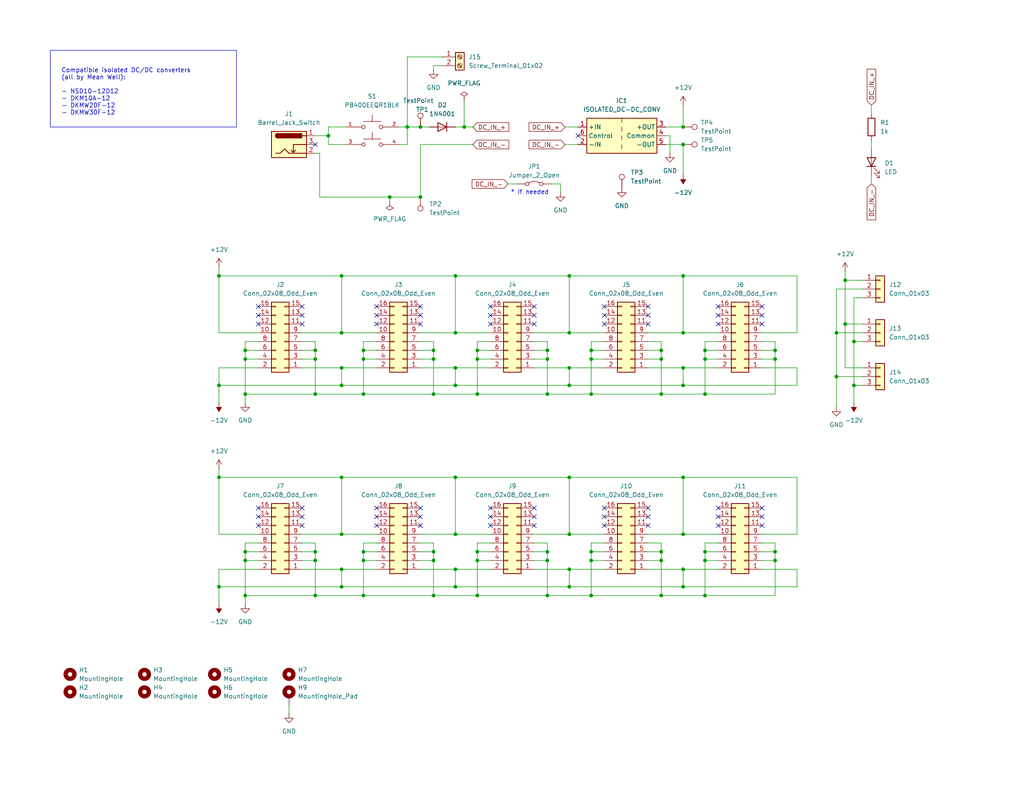
<source format=kicad_sch>
(kicad_sch (version 20250114) (generator "eeschema") (generator_version "9.0")
  (paper "User" 297 230)
  (title_block (title "Hog Moduleur PSU") (date "2025-06-04") (rev "0.1") (company "Shmøergh"))
  (lib_symbols
    (symbol "+12V_1" (power) (pin_numbers (hide yes)) (pin_names (offset 0) (hide yes))
      (property "Value" "+12V" (at 0 3.556 0))
      (symbol "+12V_1_1_1"
        (pin power_in line (at 0 0 90) (length 0) (name "~") (number "1"))
      )
    )
    (symbol "-12V_1" (power) (pin_numbers (hide yes)) (pin_names (offset 0) (hide yes))
      (property "Value" "-12V" (at 0 3.556 0))
      (symbol "-12V_1_0_0"
        (pin power_in line (at 0 0 90) (length 0) (name "~") (number "1"))
      )
    )
    (symbol "Connector:Barrel_Jack_Switch" (pin_names (hide yes))
      (property "Reference" "J" (at 0 5.334 0))
      (property "Value" "Barrel_Jack_Switch" (at 0 -5.08 0))
      (symbol "Barrel_Jack_Switch_1_1"
        (pin passive line (at 7.62 2.54 180) (length 2.54) (name "~") (number "1"))
        (pin passive line (at 7.62 0 180) (length 2.54) (name "~") (number "3"))
        (pin passive line (at 7.62 -2.54 180) (length 2.54) (name "~") (number "2"))
      )
    )
    (symbol "Connector:Screw_Terminal_01x02" (pin_names (offset 1.016) (hide yes))
      (property "Reference" "J" (at 0 2.54 0))
      (property "Value" "Screw_Terminal_01x02" (at 0 -5.08 0))
      (symbol "Screw_Terminal_01x02_1_1"
        (pin passive line (at -5.08 0 0) (length 3.81) (name "Pin_1") (number "1"))
        (pin passive line (at -5.08 -2.54 0) (length 3.81) (name "Pin_2") (number "2"))
      )
    )
    (symbol "Connector:TestPoint" (pin_numbers (hide yes)) (pin_names (offset 0.762) (hide yes))
      (property "Reference" "TP" (at 0 6.858 0))
      (property "Value" "TestPoint" (at 0 5.08 0))
      (symbol "TestPoint_1_1"
        (pin passive line (at 0 0 90) (length 2.54) (name "1") (number "1"))
      )
    )
    (symbol "Connector_Generic:Conn_01x03" (pin_names (offset 1.016) (hide yes))
      (property "Reference" "J" (at 0 5.08 0))
      (property "Value" "Conn_01x03" (at 0 -5.08 0))
      (symbol "Conn_01x03_1_1"
        (pin passive line (at -5.08 2.54 0) (length 3.81) (name "Pin_1") (number "1"))
        (pin passive line (at -5.08 0 0) (length 3.81) (name "Pin_2") (number "2"))
        (pin passive line (at -5.08 -2.54 0) (length 3.81) (name "Pin_3") (number "3"))
      )
    )
    (symbol "Connector_Generic:Conn_02x08_Odd_Even" (pin_names (offset 1.016) (hide yes))
      (property "Reference" "J" (at 1.27 10.16 0))
      (property "Value" "Conn_02x08_Odd_Even" (at 1.27 -12.7 0))
      (symbol "Conn_02x08_Odd_Even_1_1"
        (pin passive line (at -5.08 7.62 0) (length 3.81) (name "Pin_1") (number "1"))
        (pin passive line (at -5.08 5.08 0) (length 3.81) (name "Pin_3") (number "3"))
        (pin passive line (at -5.08 2.54 0) (length 3.81) (name "Pin_5") (number "5"))
        (pin passive line (at -5.08 0 0) (length 3.81) (name "Pin_7") (number "7"))
        (pin passive line (at -5.08 -2.54 0) (length 3.81) (name "Pin_9") (number "9"))
        (pin passive line (at -5.08 -5.08 0) (length 3.81) (name "Pin_11") (number "11"))
        (pin passive line (at -5.08 -7.62 0) (length 3.81) (name "Pin_13") (number "13"))
        (pin passive line (at -5.08 -10.16 0) (length 3.81) (name "Pin_15") (number "15"))
        (pin passive line (at 7.62 7.62 180) (length 3.81) (name "Pin_2") (number "2"))
        (pin passive line (at 7.62 5.08 180) (length 3.81) (name "Pin_4") (number "4"))
        (pin passive line (at 7.62 2.54 180) (length 3.81) (name "Pin_6") (number "6"))
        (pin passive line (at 7.62 0 180) (length 3.81) (name "Pin_8") (number "8"))
        (pin passive line (at 7.62 -2.54 180) (length 3.81) (name "Pin_10") (number "10"))
        (pin passive line (at 7.62 -5.08 180) (length 3.81) (name "Pin_12") (number "12"))
        (pin passive line (at 7.62 -7.62 180) (length 3.81) (name "Pin_14") (number "14"))
        (pin passive line (at 7.62 -10.16 180) (length 3.81) (name "Pin_16") (number "16"))
      )
    )
    (symbol "Converter_DCDC:NSD10-xxDyy"
      (property "Reference" "U" (at -6.35 6.35 0))
      (property "Value" "NSD10-xxDyy" (at 2.54 6.35 0))
      (symbol "NSD10-xxDyy_1_0"
        (pin power_in line (at -12.7 2.54 0) (length 2.54) (name "+IN") (number "1"))
        (pin input line (at -12.7 0 0) (length 2.54) (name "Control") (number "6"))
        (pin power_in line (at -12.7 -2.54 0) (length 2.54) (name "-IN") (number "2"))
        (pin power_out line (at 12.7 2.54 180) (length 2.54) (name "+OUT") (number "3"))
        (pin power_out line (at 12.7 0 180) (length 2.54) (name "Common") (number "4"))
        (pin power_out line (at 12.7 -2.54 180) (length 2.54) (name "-OUT") (number "5"))
      )
    )
    (symbol "Device:D" (pin_numbers (hide yes)) (pin_names (offset 1.016) (hide yes))
      (property "Reference" "D" (at 0 2.54 0))
      (property "Value" "D" (at 0 -2.54 0))
      (symbol "D_1_1"
        (pin passive line (at -3.81 0 0) (length 2.54) (name "K") (number "1"))
        (pin passive line (at 3.81 0 180) (length 2.54) (name "A") (number "2"))
      )
    )
    (symbol "Device:LED" (pin_numbers (hide yes)) (pin_names (offset 1.016) (hide yes))
      (property "Reference" "D" (at 0 2.54 0))
      (property "Value" "LED" (at 0 -2.54 0))
      (symbol "LED_1_1"
        (pin passive line (at -3.81 0 0) (length 2.54) (name "K") (number "1"))
        (pin passive line (at 3.81 0 180) (length 2.54) (name "A") (number "2"))
      )
    )
    (symbol "Device:R" (pin_numbers (hide yes)) (pin_names (offset 0))
      (property "Reference" "R" (at 2.032 0 90))
      (property "Value" "R" (at 0 0 90))
      (symbol "R_1_1"
        (pin passive line (at 0 3.81 270) (length 1.27) (name "~") (number "1"))
        (pin passive line (at 0 -3.81 90) (length 1.27) (name "~") (number "2"))
      )
    )
    (symbol "GND_1" (power) (pin_numbers (hide yes)) (pin_names (offset 0) (hide yes))
      (property "Value" "GND" (at 0 -3.81 0))
      (symbol "GND_1_1_1"
        (pin power_in line (at 0 0 270) (length 0) (name "~") (number "1"))
      )
    )
    (symbol "GND_2" (power) (pin_numbers (hide yes)) (pin_names (offset 0) (hide yes))
      (property "Value" "GND" (at 0 -3.81 0))
      (symbol "GND_2_1_1"
        (pin power_in line (at 0 0 270) (length 0) (name "~") (number "1"))
      )
    )
    (symbol "GND_3" (power) (pin_numbers (hide yes)) (pin_names (offset 0) (hide yes))
      (property "Value" "GND" (at 0 -3.81 0))
      (symbol "GND_3_1_1"
        (pin power_in line (at 0 0 270) (length 0) (name "~") (number "1"))
      )
    )
    (symbol "Jumper:Jumper_2_Bridged" (pin_numbers (hide yes)) (pin_names (offset 0) (hide yes))
      (property "Reference" "JP" (at 0 1.905 0))
      (property "Value" "Jumper_2_Bridged" (at 0 -2.54 0))
      (symbol "Jumper_2_Bridged_1_1"
        (pin passive line (at -5.08 0 0) (length 2.54) (name "A") (number "1"))
        (pin passive line (at 5.08 0 180) (length 2.54) (name "B") (number "2"))
      )
    )
    (symbol "Mechanical:MountingHole" (pin_names (offset 1.016)) (exclude_from_sim yes) (in_bom no)
      (property "Reference" "H" (at 0 5.08 0))
      (property "Value" "MountingHole" (at 0 3.175 0))
    )
    (symbol "Mechanical:MountingHole_Pad" (pin_numbers (hide yes)) (pin_names (offset 1.016) (hide yes)) (in_bom no)
      (property "Reference" "H" (at 0 6.35 0))
      (property "Value" "MountingHole_Pad" (at 0 4.445 0))
      (symbol "MountingHole_Pad_1_1"
        (pin input line (at 0 -2.54 90) (length 2.54) (name "1") (number "1"))
      )
    )
    (symbol "Shmoergh-Custom-Components:PB400EEQR1BLK" (pin_names (offset 1.016))
      (property "Reference" "S" (at -7.62 7.62 0))
      (property "Value" "PB400EEQR1BLK" (at -7.62 -7.62 0))
      (symbol "PB400EEQR1BLK_0_0"
        (pin passive line (at -7.62 2.54 0) (length 2.54) (name "~") (number "1"))
        (pin passive line (at -7.62 -2.54 0) (length 2.54) (name "~") (number "3"))
        (pin passive line (at 7.62 2.54 180) (length 2.54) (name "~") (number "2"))
        (pin passive line (at 7.62 -2.54 180) (length 2.54) (name "~") (number "4"))
      )
    )
    (symbol "power:+12V" (power) (pin_numbers (hide yes)) (pin_names (offset 0) (hide yes))
      (property "Value" "+12V" (at 0 3.556 0))
      (symbol "+12V_1_1"
        (pin power_in line (at 0 0 90) (length 0) (name "~") (number "1"))
      )
    )
    (symbol "power:-12V" (power) (pin_numbers (hide yes)) (pin_names (offset 0) (hide yes))
      (property "Value" "-12V" (at 0 3.556 0))
      (symbol "-12V_0_0"
        (pin power_in line (at 0 0 90) (length 0) (name "~") (number "1"))
      )
    )
    (symbol "power:GND" (power) (pin_numbers (hide yes)) (pin_names (offset 0) (hide yes))
      (property "Value" "GND" (at 0 -3.81 0))
      (symbol "GND_1_1"
        (pin power_in line (at 0 0 270) (length 0) (name "~") (number "1"))
      )
    )
    (symbol "power:PWR_FLAG" (power) (pin_numbers (hide yes)) (pin_names (offset 0) (hide yes))
      (property "Value" "PWR_FLAG" (at 0 3.81 0))
      (symbol "PWR_FLAG_0_0"
        (pin power_out line (at 0 0 90) (length 0) (name "~") (number "1"))
      )
    )
  )
  (rectangle (start 14.605 14.605) (end 68.58 36.83))
  (text "Compatible isolated DC/DC converters \n(all by Mean Well):\n\n- NSD10-12D12\n- DKM10A-12\n- DKMW20F-12\n- DKMW30F-12\n" (at 17.78 26.67 0) (effects (font (size 1.27 1.27)) (justify left)))
  (text "* If needed" (at 153.67 55.88 0) (effects (font (size 1.27 1.27))))
  (junction (at 138.43 101.6))
  (junction (at 198.12 154.94))
  (junction (at 113.03 57.15))
  (junction (at 105.41 160.02))
  (junction (at 198.12 36.83))
  (junction (at 99.06 154.94))
  (junction (at 91.44 104.14))
  (junction (at 132.08 138.43))
  (junction (at 165.1 96.52))
  (junction (at 204.47 114.3))
  (junction (at 71.12 101.6))
  (junction (at 138.43 162.56))
  (junction (at 63.5 80.01))
  (junction (at 125.73 160.02))
  (junction (at 63.5 170.18))
  (junction (at 158.75 160.02))
  (junction (at 204.47 172.72))
  (junction (at 191.77 114.3))
  (junction (at 99.06 138.43))
  (junction (at 198.12 96.52))
  (junction (at 91.44 162.56))
  (junction (at 71.12 172.72))
  (junction (at 138.43 160.02))
  (junction (at 121.92 36.83))
  (junction (at 158.75 114.3))
  (junction (at 165.1 80.01))
  (junction (at 204.47 101.6))
  (junction (at 165.1 170.18))
  (junction (at 191.77 160.02))
  (junction (at 198.12 106.68))
  (junction (at 134.62 36.83))
  (junction (at 105.41 104.14))
  (junction (at 91.44 101.6))
  (junction (at 247.65 99.06))
  (junction (at 91.44 172.72))
  (junction (at 224.79 160.02))
  (junction (at 125.73 114.3))
  (junction (at 171.45 160.02))
  (junction (at 71.12 114.3))
  (junction (at 105.41 162.56))
  (junction (at 171.45 114.3))
  (junction (at 198.12 41.91))
  (junction (at 118.11 36.83))
  (junction (at 99.06 170.18))
  (junction (at 99.06 80.01))
  (junction (at 105.41 114.3))
  (junction (at 63.5 138.43))
  (junction (at 204.47 104.14))
  (junction (at 204.47 160.02))
  (junction (at 224.79 101.6))
  (junction (at 91.44 160.02))
  (junction (at 158.75 101.6))
  (junction (at 158.75 104.14))
  (junction (at 99.06 165.1))
  (junction (at 125.73 162.56))
  (junction (at 165.1 138.43))
  (junction (at 191.77 101.6))
  (junction (at 165.1 106.68))
  (junction (at 105.41 101.6))
  (junction (at 91.44 114.3))
  (junction (at 198.12 111.76))
  (junction (at 132.08 106.68))
  (junction (at 198.12 138.43))
  (junction (at 121.92 57.15))
  (junction (at 171.45 104.14))
  (junction (at 132.08 154.94))
  (junction (at 132.08 80.01))
  (junction (at 198.12 80.01))
  (junction (at 204.47 162.56))
  (junction (at 71.12 162.56))
  (junction (at 171.45 172.72))
  (junction (at 132.08 96.52))
  (junction (at 171.45 101.6))
  (junction (at 125.73 172.72))
  (junction (at 105.41 172.72))
  (junction (at 171.45 162.56))
  (junction (at 224.79 104.14))
  (junction (at 99.06 106.68))
  (junction (at 165.1 154.94))
  (junction (at 138.43 114.3))
  (junction (at 191.77 162.56))
  (junction (at 198.12 165.1))
  (junction (at 132.08 111.76))
  (junction (at 242.57 96.52))
  (junction (at 132.08 170.18))
  (junction (at 165.1 165.1))
  (junction (at 95.25 39.37))
  (junction (at 63.5 111.76))
  (junction (at 99.06 96.52))
  (junction (at 71.12 104.14))
  (junction (at 245.11 93.98))
  (junction (at 138.43 172.72))
  (junction (at 242.57 109.22))
  (junction (at 191.77 104.14))
  (junction (at 224.79 162.56))
  (junction (at 198.12 170.18))
  (junction (at 99.06 111.76))
  (junction (at 165.1 111.76))
  (junction (at 158.75 162.56))
  (junction (at 125.73 101.6))
  (junction (at 125.73 104.14))
  (junction (at 158.75 172.72))
  (junction (at 132.08 165.1))
  (junction (at 247.65 111.76))
  (junction (at 245.11 81.28))
  (junction (at 191.77 172.72))
  (junction (at 138.43 104.14))
  (junction (at 71.12 160.02))
  (no_connect (at 220.98 152.4))
  (no_connect (at 175.26 149.86))
  (no_connect (at 121.92 91.44))
  (no_connect (at 142.24 152.4))
  (no_connect (at 187.96 93.98))
  (no_connect (at 109.22 147.32))
  (no_connect (at 87.63 149.86))
  (no_connect (at 175.26 152.4))
  (no_connect (at 167.64 39.37))
  (no_connect (at 154.94 91.44))
  (no_connect (at 175.26 91.44))
  (no_connect (at 187.96 147.32))
  (no_connect (at 187.96 149.86))
  (no_connect (at 121.92 93.98))
  (no_connect (at 87.63 91.44))
  (no_connect (at 154.94 149.86))
  (no_connect (at 154.94 152.4))
  (no_connect (at 87.63 88.9))
  (no_connect (at 142.24 149.86))
  (no_connect (at 74.93 93.98))
  (no_connect (at 154.94 93.98))
  (no_connect (at 74.93 149.86))
  (no_connect (at 109.22 91.44))
  (no_connect (at 74.93 88.9))
  (no_connect (at 154.94 88.9))
  (no_connect (at 220.98 93.98))
  (no_connect (at 175.26 88.9))
  (no_connect (at 91.44 41.91))
  (no_connect (at 208.28 93.98))
  (no_connect (at 74.93 147.32))
  (no_connect (at 87.63 147.32))
  (no_connect (at 109.22 149.86))
  (no_connect (at 142.24 147.32))
  (no_connect (at 154.94 147.32))
  (no_connect (at 121.92 147.32))
  (no_connect (at 187.96 91.44))
  (no_connect (at 208.28 149.86))
  (no_connect (at 208.28 91.44))
  (no_connect (at 142.24 93.98))
  (no_connect (at 142.24 91.44))
  (no_connect (at 220.98 147.32))
  (no_connect (at 121.92 149.86))
  (no_connect (at 121.92 88.9))
  (no_connect (at 175.26 93.98))
  (no_connect (at 175.26 147.32))
  (no_connect (at 109.22 88.9))
  (no_connect (at 121.92 152.4))
  (no_connect (at 220.98 88.9))
  (no_connect (at 74.93 91.44))
  (no_connect (at 187.96 152.4))
  (no_connect (at 208.28 152.4))
  (no_connect (at 87.63 152.4))
  (no_connect (at 87.63 93.98))
  (no_connect (at 109.22 152.4))
  (no_connect (at 208.28 147.32))
  (no_connect (at 208.28 88.9))
  (no_connect (at 74.93 152.4))
  (no_connect (at 187.96 88.9))
  (no_connect (at 109.22 93.98))
  (no_connect (at 220.98 91.44))
  (no_connect (at 220.98 149.86))
  (no_connect (at 142.24 88.9))
  (wire (pts (xy 91.44 172.72) (xy 71.12 172.72)))
  (wire (pts (xy 187.96 160.02) (xy 191.77 160.02)))
  (wire (pts (xy 171.45 99.06) (xy 171.45 101.6)))
  (wire (pts (xy 71.12 99.06) (xy 71.12 101.6)))
  (wire (pts (xy 118.11 41.91) (xy 118.11 36.83)))
  (wire (pts (xy 118.11 36.83) (xy 121.92 36.83)))
  (wire (pts (xy 87.63 106.68) (xy 99.06 106.68)))
  (wire (pts (xy 191.77 114.3) (xy 171.45 114.3)))
  (wire (pts (xy 99.06 80.01) (xy 132.08 80.01)))
  (wire (pts (xy 191.77 104.14) (xy 191.77 114.3)))
  (wire (pts (xy 204.47 160.02) (xy 204.47 162.56)))
  (wire (pts (xy 147.32 53.34) (xy 149.86 53.34)))
  (wire (pts (xy 125.73 162.56) (xy 125.73 172.72)))
  (wire (pts (xy 87.63 104.14) (xy 91.44 104.14)))
  (wire (pts (xy 99.06 154.94) (xy 99.06 138.43)))
  (wire (pts (xy 105.41 99.06) (xy 109.22 99.06)))
  (wire (pts (xy 165.1 106.68) (xy 175.26 106.68)))
  (wire (pts (xy 163.83 36.83) (xy 167.64 36.83)))
  (wire (pts (xy 63.5 96.52) (xy 63.5 80.01)))
  (wire (pts (xy 165.1 165.1) (xy 165.1 170.18)))
  (wire (pts (xy 191.77 101.6) (xy 191.77 104.14)))
  (wire (pts (xy 74.93 106.68) (xy 63.5 106.68)))
  (wire (pts (xy 125.73 114.3) (xy 138.43 114.3)))
  (wire (pts (xy 165.1 138.43) (xy 165.1 154.94)))
  (wire (pts (xy 95.25 39.37) (xy 91.44 39.37)))
  (wire (pts (xy 63.5 80.01) (xy 63.5 77.47)))
  (wire (pts (xy 247.65 111.76) (xy 247.65 116.84)))
  (wire (pts (xy 63.5 80.01) (xy 99.06 80.01)))
  (wire (pts (xy 242.57 96.52) (xy 250.19 96.52)))
  (wire (pts (xy 224.79 162.56) (xy 224.79 172.72)))
  (wire (pts (xy 191.77 162.56) (xy 191.77 172.72)))
  (wire (pts (xy 224.79 172.72) (xy 204.47 172.72)))
  (wire (pts (xy 204.47 162.56) (xy 208.28 162.56)))
  (wire (pts (xy 187.96 157.48) (xy 191.77 157.48)))
  (wire (pts (xy 171.45 101.6) (xy 175.26 101.6)))
  (wire (pts (xy 132.08 165.1) (xy 142.24 165.1)))
  (wire (pts (xy 138.43 160.02) (xy 142.24 160.02)))
  (wire (pts (xy 74.93 165.1) (xy 63.5 165.1)))
  (wire (pts (xy 204.47 99.06) (xy 208.28 99.06)))
  (wire (pts (xy 171.45 157.48) (xy 175.26 157.48)))
  (wire (pts (xy 115.57 41.91) (xy 118.11 41.91)))
  (wire (pts (xy 191.77 114.3) (xy 204.47 114.3)))
  (wire (pts (xy 224.79 104.14) (xy 224.79 114.3)))
  (wire (pts (xy 220.98 106.68) (xy 231.14 106.68)))
  (wire (pts (xy 231.14 165.1) (xy 231.14 170.18)))
  (wire (pts (xy 204.47 104.14) (xy 204.47 114.3)))
  (wire (pts (xy 198.12 170.18) (xy 231.14 170.18)))
  (wire (pts (xy 105.41 162.56) (xy 109.22 162.56)))
  (wire (pts (xy 158.75 104.14) (xy 158.75 114.3)))
  (wire (pts (xy 132.08 80.01) (xy 165.1 80.01)))
  (wire (pts (xy 193.04 36.83) (xy 198.12 36.83)))
  (wire (pts (xy 245.11 106.68) (xy 250.19 106.68)))
  (wire (pts (xy 220.98 165.1) (xy 231.14 165.1)))
  (wire (pts (xy 91.44 114.3) (xy 105.41 114.3)))
  (wire (pts (xy 245.11 93.98) (xy 250.19 93.98)))
  (wire (pts (xy 87.63 157.48) (xy 91.44 157.48)))
  (wire (pts (xy 87.63 160.02) (xy 91.44 160.02)))
  (wire (pts (xy 132.08 96.52) (xy 142.24 96.52)))
  (wire (pts (xy 198.12 106.68) (xy 208.28 106.68)))
  (wire (pts (xy 158.75 162.56) (xy 158.75 172.72)))
  (wire (pts (xy 198.12 111.76) (xy 231.14 111.76)))
  (wire (pts (xy 193.04 39.37) (xy 194.31 39.37)))
  (wire (pts (xy 247.65 99.06) (xy 247.65 111.76)))
  (wire (pts (xy 71.12 104.14) (xy 71.12 114.3)))
  (wire (pts (xy 198.12 80.01) (xy 231.14 80.01)))
  (wire (pts (xy 63.5 154.94) (xy 63.5 138.43)))
  (wire (pts (xy 63.5 106.68) (xy 63.5 111.76)))
  (wire (pts (xy 100.33 41.91) (xy 95.25 41.91)))
  (wire (pts (xy 187.96 96.52) (xy 198.12 96.52)))
  (wire (pts (xy 242.57 109.22) (xy 242.57 96.52)))
  (wire (pts (xy 245.11 93.98) (xy 245.11 106.68)))
  (wire (pts (xy 109.22 154.94) (xy 99.06 154.94)))
  (wire (pts (xy 242.57 118.11) (xy 242.57 109.22)))
  (wire (pts (xy 165.1 96.52) (xy 175.26 96.52)))
  (wire (pts (xy 138.43 160.02) (xy 138.43 162.56)))
  (wire (pts (xy 99.06 170.18) (xy 132.08 170.18)))
  (wire (pts (xy 158.75 172.72) (xy 138.43 172.72)))
  (wire (pts (xy 125.73 160.02) (xy 125.73 162.56)))
  (wire (pts (xy 158.75 157.48) (xy 158.75 160.02)))
  (wire (pts (xy 171.45 99.06) (xy 175.26 99.06)))
  (wire (pts (xy 224.79 160.02) (xy 224.79 162.56)))
  (wire (pts (xy 63.5 170.18) (xy 63.5 175.26)))
  (wire (pts (xy 132.08 80.01) (xy 132.08 96.52)))
  (wire (pts (xy 250.19 111.76) (xy 247.65 111.76)))
  (wire (pts (xy 91.44 114.3) (xy 71.12 114.3)))
  (wire (pts (xy 162.56 55.88) (xy 162.56 53.34)))
  (wire (pts (xy 125.73 101.6) (xy 125.73 104.14)))
  (wire (pts (xy 109.22 106.68) (xy 99.06 106.68)))
  (wire (pts (xy 154.94 157.48) (xy 158.75 157.48)))
  (wire (pts (xy 121.92 165.1) (xy 132.08 165.1)))
  (wire (pts (xy 118.11 16.51) (xy 118.11 36.83)))
  (wire (pts (xy 71.12 101.6) (xy 71.12 104.14)))
  (wire (pts (xy 154.94 101.6) (xy 158.75 101.6)))
  (wire (pts (xy 187.96 104.14) (xy 191.77 104.14)))
  (wire (pts (xy 198.12 165.1) (xy 198.12 170.18)))
  (wire (pts (xy 105.41 104.14) (xy 105.41 114.3)))
  (wire (pts (xy 109.22 165.1) (xy 99.06 165.1)))
  (wire (pts (xy 252.73 30.48) (xy 252.73 33.02)))
  (wire (pts (xy 154.94 106.68) (xy 165.1 106.68)))
  (wire (pts (xy 165.1 80.01) (xy 198.12 80.01)))
  (wire (pts (xy 198.12 138.43) (xy 198.12 154.94)))
  (wire (pts (xy 121.92 104.14) (xy 125.73 104.14)))
  (wire (pts (xy 154.94 154.94) (xy 165.1 154.94)))
  (wire (pts (xy 224.79 99.06) (xy 224.79 101.6)))
  (wire (pts (xy 171.45 104.14) (xy 175.26 104.14)))
  (wire (pts (xy 165.1 138.43) (xy 198.12 138.43)))
  (wire (pts (xy 87.63 99.06) (xy 91.44 99.06)))
  (wire (pts (xy 87.63 165.1) (xy 99.06 165.1)))
  (wire (pts (xy 121.92 154.94) (xy 132.08 154.94)))
  (wire (pts (xy 125.73 19.05) (xy 125.73 20.32)))
  (wire (pts (xy 71.12 160.02) (xy 74.93 160.02)))
  (wire (pts (xy 198.12 96.52) (xy 208.28 96.52)))
  (wire (pts (xy 224.79 157.48) (xy 224.79 160.02)))
  (wire (pts (xy 138.43 162.56) (xy 142.24 162.56)))
  (wire (pts (xy 187.96 162.56) (xy 191.77 162.56)))
  (wire (pts (xy 71.12 162.56) (xy 71.12 172.72)))
  (wire (pts (xy 154.94 160.02) (xy 158.75 160.02)))
  (wire (pts (xy 121.92 106.68) (xy 132.08 106.68)))
  (wire (pts (xy 99.06 165.1) (xy 99.06 170.18)))
  (wire (pts (xy 71.12 157.48) (xy 74.93 157.48)))
  (wire (pts (xy 165.1 80.01) (xy 165.1 96.52)))
  (wire (pts (xy 87.63 154.94) (xy 99.06 154.94)))
  (wire (pts (xy 105.41 101.6) (xy 105.41 104.14)))
  (wire (pts (xy 91.44 104.14) (xy 91.44 114.3)))
  (wire (pts (xy 231.14 106.68) (xy 231.14 111.76)))
  (wire (pts (xy 105.41 162.56) (xy 105.41 172.72)))
  (wire (pts (xy 171.45 162.56) (xy 171.45 172.72)))
  (wire (pts (xy 92.71 44.45) (xy 91.44 44.45)))
  (wire (pts (xy 91.44 157.48) (xy 91.44 160.02)))
  (wire (pts (xy 220.98 101.6) (xy 224.79 101.6)))
  (wire (pts (xy 171.45 157.48) (xy 171.45 160.02)))
  (wire (pts (xy 125.73 104.14) (xy 125.73 114.3)))
  (wire (pts (xy 231.14 80.01) (xy 231.14 96.52)))
  (wire (pts (xy 105.41 160.02) (xy 109.22 160.02)))
  (wire (pts (xy 138.43 162.56) (xy 138.43 172.72)))
  (wire (pts (xy 121.92 160.02) (xy 125.73 160.02)))
  (wire (pts (xy 165.1 106.68) (xy 165.1 111.76)))
  (wire (pts (xy 71.12 99.06) (xy 74.93 99.06)))
  (wire (pts (xy 132.08 111.76) (xy 165.1 111.76)))
  (wire (pts (xy 99.06 111.76) (xy 132.08 111.76)))
  (wire (pts (xy 158.75 99.06) (xy 158.75 101.6)))
  (wire (pts (xy 138.43 101.6) (xy 138.43 104.14)))
  (wire (pts (xy 125.73 99.06) (xy 125.73 101.6)))
  (wire (pts (xy 158.75 114.3) (xy 171.45 114.3)))
  (wire (pts (xy 138.43 157.48) (xy 142.24 157.48)))
  (wire (pts (xy 128.27 19.05) (xy 125.73 19.05)))
  (wire (pts (xy 105.41 157.48) (xy 109.22 157.48)))
  (wire (pts (xy 231.14 138.43) (xy 231.14 154.94)))
  (wire (pts (xy 224.79 101.6) (xy 224.79 104.14)))
  (wire (pts (xy 250.19 86.36) (xy 247.65 86.36)))
  (wire (pts (xy 165.1 111.76) (xy 198.12 111.76)))
  (wire (pts (xy 252.73 53.34) (xy 252.73 50.8)))
  (wire (pts (xy 71.12 101.6) (xy 74.93 101.6)))
  (wire (pts (xy 99.06 138.43) (xy 132.08 138.43)))
  (wire (pts (xy 171.45 160.02) (xy 175.26 160.02)))
  (wire (pts (xy 71.12 172.72) (xy 71.12 175.26)))
  (wire (pts (xy 134.62 29.21) (xy 134.62 36.83)))
  (wire (pts (xy 171.45 162.56) (xy 175.26 162.56)))
  (wire (pts (xy 91.44 99.06) (xy 91.44 101.6)))
  (wire (pts (xy 220.98 160.02) (xy 224.79 160.02)))
  (wire (pts (xy 121.92 157.48) (xy 125.73 157.48)))
  (wire (pts (xy 154.94 162.56) (xy 158.75 162.56)))
  (wire (pts (xy 247.65 86.36) (xy 247.65 99.06)))
  (wire (pts (xy 95.25 36.83) (xy 95.25 39.37)))
  (wire (pts (xy 154.94 96.52) (xy 165.1 96.52)))
  (wire (pts (xy 204.47 157.48) (xy 204.47 160.02)))
  (wire (pts (xy 165.1 154.94) (xy 175.26 154.94)))
  (wire (pts (xy 87.63 96.52) (xy 99.06 96.52)))
  (wire (pts (xy 71.12 104.14) (xy 74.93 104.14)))
  (wire (pts (xy 242.57 96.52) (xy 242.57 83.82)))
  (wire (pts (xy 121.92 99.06) (xy 125.73 99.06)))
  (wire (pts (xy 163.83 41.91) (xy 167.64 41.91)))
  (wire (pts (xy 132.08 138.43) (xy 165.1 138.43)))
  (wire (pts (xy 191.77 99.06) (xy 191.77 101.6)))
  (wire (pts (xy 245.11 78.74) (xy 245.11 81.28)))
  (wire (pts (xy 109.22 96.52) (xy 99.06 96.52)))
  (wire (pts (xy 220.98 154.94) (xy 231.14 154.94)))
  (wire (pts (xy 105.41 157.48) (xy 105.41 160.02)))
  (wire (pts (xy 87.63 101.6) (xy 91.44 101.6)))
  (wire (pts (xy 137.16 41.91) (xy 121.92 41.91)))
  (wire (pts (xy 63.5 165.1) (xy 63.5 170.18)))
  (wire (pts (xy 165.1 170.18) (xy 198.12 170.18)))
  (wire (pts (xy 128.27 16.51) (xy 118.11 16.51)))
  (wire (pts (xy 71.12 157.48) (xy 71.12 160.02)))
  (wire (pts (xy 91.44 162.56) (xy 91.44 172.72)))
  (wire (pts (xy 74.93 154.94) (xy 63.5 154.94)))
  (wire (pts (xy 71.12 162.56) (xy 74.93 162.56)))
  (wire (pts (xy 121.92 36.83) (xy 124.46 36.83)))
  (wire (pts (xy 92.71 44.45) (xy 92.71 57.15)))
  (wire (pts (xy 132.08 36.83) (xy 134.62 36.83)))
  (wire (pts (xy 138.43 104.14) (xy 138.43 114.3)))
  (wire (pts (xy 198.12 138.43) (xy 231.14 138.43)))
  (wire (pts (xy 220.98 96.52) (xy 231.14 96.52)))
  (wire (pts (xy 158.75 160.02) (xy 158.75 162.56)))
  (wire (pts (xy 125.73 172.72) (xy 105.41 172.72)))
  (wire (pts (xy 198.12 80.01) (xy 198.12 96.52)))
  (wire (pts (xy 138.43 99.06) (xy 138.43 101.6)))
  (wire (pts (xy 191.77 172.72) (xy 171.45 172.72)))
  (wire (pts (xy 204.47 157.48) (xy 208.28 157.48)))
  (wire (pts (xy 191.77 157.48) (xy 191.77 160.02)))
  (wire (pts (xy 245.11 81.28) (xy 250.19 81.28)))
  (wire (pts (xy 247.65 99.06) (xy 250.19 99.06)))
  (wire (pts (xy 252.73 43.18) (xy 252.73 40.64)))
  (wire (pts (xy 132.08 170.18) (xy 165.1 170.18)))
  (wire (pts (xy 105.41 104.14) (xy 109.22 104.14)))
  (wire (pts (xy 99.06 96.52) (xy 99.06 80.01)))
  (wire (pts (xy 63.5 138.43) (xy 63.5 135.89)))
  (wire (pts (xy 74.93 96.52) (xy 63.5 96.52)))
  (wire (pts (xy 171.45 160.02) (xy 171.45 162.56)))
  (wire (pts (xy 63.5 170.18) (xy 99.06 170.18)))
  (wire (pts (xy 91.44 172.72) (xy 105.41 172.72)))
  (wire (pts (xy 198.12 154.94) (xy 208.28 154.94)))
  (wire (pts (xy 171.45 104.14) (xy 171.45 114.3)))
  (wire (pts (xy 113.03 58.42) (xy 113.03 57.15)))
  (wire (pts (xy 198.12 165.1) (xy 208.28 165.1)))
  (wire (pts (xy 154.94 104.14) (xy 158.75 104.14)))
  (wire (pts (xy 121.92 96.52) (xy 132.08 96.52)))
  (wire (pts (xy 100.33 36.83) (xy 95.25 36.83)))
  (wire (pts (xy 134.62 36.83) (xy 137.16 36.83)))
  (wire (pts (xy 194.31 39.37) (xy 194.31 44.45)))
  (wire (pts (xy 132.08 154.94) (xy 142.24 154.94)))
  (wire (pts (xy 204.47 99.06) (xy 204.47 101.6)))
  (wire (pts (xy 99.06 106.68) (xy 99.06 111.76)))
  (wire (pts (xy 162.56 53.34) (xy 160.02 53.34)))
  (wire (pts (xy 132.08 106.68) (xy 132.08 111.76)))
  (wire (pts (xy 154.94 99.06) (xy 158.75 99.06)))
  (wire (pts (xy 242.57 83.82) (xy 250.19 83.82)))
  (wire (pts (xy 113.03 57.15) (xy 92.71 57.15)))
  (wire (pts (xy 105.41 160.02) (xy 105.41 162.56)))
  (wire (pts (xy 187.96 99.06) (xy 191.77 99.06)))
  (wire (pts (xy 220.98 104.14) (xy 224.79 104.14)))
  (wire (pts (xy 165.1 165.1) (xy 175.26 165.1)))
  (wire (pts (xy 63.5 138.43) (xy 99.06 138.43)))
  (wire (pts (xy 125.73 114.3) (xy 105.41 114.3)))
  (wire (pts (xy 105.41 99.06) (xy 105.41 101.6)))
  (wire (pts (xy 121.92 162.56) (xy 125.73 162.56)))
  (wire (pts (xy 154.94 165.1) (xy 165.1 165.1)))
  (wire (pts (xy 105.41 101.6) (xy 109.22 101.6)))
  (wire (pts (xy 220.98 162.56) (xy 224.79 162.56)))
  (wire (pts (xy 158.75 101.6) (xy 158.75 104.14)))
  (wire (pts (xy 63.5 111.76) (xy 99.06 111.76)))
  (wire (pts (xy 187.96 101.6) (xy 191.77 101.6)))
  (wire (pts (xy 198.12 50.8) (xy 198.12 41.91)))
  (wire (pts (xy 71.12 160.02) (xy 71.12 162.56)))
  (wire (pts (xy 71.12 114.3) (xy 71.12 116.84)))
  (wire (pts (xy 95.25 41.91) (xy 95.25 39.37)))
  (wire (pts (xy 220.98 157.48) (xy 224.79 157.48)))
  (wire (pts (xy 204.47 101.6) (xy 208.28 101.6)))
  (wire (pts (xy 191.77 172.72) (xy 204.47 172.72)))
  (wire (pts (xy 158.75 172.72) (xy 171.45 172.72)))
  (wire (pts (xy 138.43 101.6) (xy 142.24 101.6)))
  (wire (pts (xy 132.08 165.1) (xy 132.08 170.18)))
  (wire (pts (xy 121.92 41.91) (xy 121.92 57.15)))
  (wire (pts (xy 198.12 30.48) (xy 198.12 36.83)))
  (wire (pts (xy 204.47 101.6) (xy 204.47 104.14)))
  (wire (pts (xy 91.44 160.02) (xy 91.44 162.56)))
  (wire (pts (xy 187.96 154.94) (xy 198.12 154.94)))
  (wire (pts (xy 187.96 165.1) (xy 198.12 165.1)))
  (wire (pts (xy 220.98 99.06) (xy 224.79 99.06)))
  (wire (pts (xy 138.43 99.06) (xy 142.24 99.06)))
  (wire (pts (xy 87.63 162.56) (xy 91.44 162.56)))
  (wire (pts (xy 242.57 109.22) (xy 250.19 109.22)))
  (wire (pts (xy 132.08 138.43) (xy 132.08 154.94)))
  (wire (pts (xy 138.43 157.48) (xy 138.43 160.02)))
  (wire (pts (xy 132.08 106.68) (xy 142.24 106.68)))
  (wire (pts (xy 121.92 101.6) (xy 125.73 101.6)))
  (wire (pts (xy 171.45 101.6) (xy 171.45 104.14)))
  (wire (pts (xy 204.47 160.02) (xy 208.28 160.02)))
  (wire (pts (xy 193.04 41.91) (xy 198.12 41.91)))
  (wire (pts (xy 91.44 101.6) (xy 91.44 104.14)))
  (wire (pts (xy 125.73 172.72) (xy 138.43 172.72)))
  (wire (pts (xy 204.47 162.56) (xy 204.47 172.72)))
  (wire (pts (xy 158.75 114.3) (xy 138.43 114.3)))
  (wire (pts (xy 191.77 160.02) (xy 191.77 162.56)))
  (wire (pts (xy 204.47 104.14) (xy 208.28 104.14)))
  (wire (pts (xy 198.12 106.68) (xy 198.12 111.76)))
  (wire (pts (xy 63.5 111.76) (xy 63.5 116.84)))
  (wire (pts (xy 83.82 207.01) (xy 83.82 204.47)))
  (wire (pts (xy 224.79 114.3) (xy 204.47 114.3)))
  (wire (pts (xy 125.73 157.48) (xy 125.73 160.02)))
  (wire (pts (xy 121.92 57.15) (xy 113.03 57.15)))
  (wire (pts (xy 187.96 106.68) (xy 198.12 106.68)))
  (wire (pts (xy 138.43 104.14) (xy 142.24 104.14)))
  (wire (pts (xy 245.11 81.28) (xy 245.11 93.98)))
  (wire (pts (xy 115.57 36.83) (xy 118.11 36.83)))
  (global_label "DC_IN_+" (shape input) (at 252.73 30.48 90) (property "Intersheetrefs" "${INTERSHEET_REFS}" (effects (hide yes))))
  (global_label "DC_IN_-" (shape input) (at 147.32 53.34 180) (property "Intersheetrefs" "${INTERSHEET_REFS}" (effects (hide yes))))
  (global_label "DC_IN_+" (shape input) (at 137.16 36.83 0) (property "Intersheetrefs" "${INTERSHEET_REFS}" (effects (hide yes))))
  (global_label "DC_IN_-" (shape input) (at 137.16 41.91 0) (property "Intersheetrefs" "${INTERSHEET_REFS}" (effects (hide yes))))
  (global_label "DC_IN_-" (shape input) (at 163.83 41.91 180) (property "Intersheetrefs" "${INTERSHEET_REFS}" (effects (hide yes))))
  (global_label "DC_IN_-" (shape input) (at 252.73 53.34 270) (property "Intersheetrefs" "${INTERSHEET_REFS}" (effects (hide yes))))
  (global_label "DC_IN_+" (shape input) (at 163.83 36.83 180) (property "Intersheetrefs" "${INTERSHEET_REFS}" (effects (hide yes))))
  (symbol (lib_id "Mechanical:MountingHole") (at 83.82 195.58 0) (unit 1) (exclude_from_sim yes) (in_bom no)
    (property "Reference" "H7" (at 86.36 194.3099 0) (effects (justify left)))
    (property "Value" "MountingHole" (at 86.36 196.8499 0) (effects (justify left)))
    (property "Footprint" "MountingHole:MountingHole_3.2mm_M3_DIN965" (effects (hide yes)))
    (property "Description" "Mounting Hole without connection" (effects (hide yes)))
    (property "Part No." "N/A" (effects (hide yes)))
    (property "Part URL" "N/A" (effects (hide yes)))
    (property "Vendor" "N/A" (effects (hide yes)))
  )
  (symbol (lib_id "power:GND") (at 83.82 207.01 0) (unit 1)
    (property "Reference" "#PWR012" (effects (hide yes)))
    (property "Value" "GND" (at 83.82 212.09 0))
    (property "Description" "Power symbol creates a global label with name \"GND\" , ground" (effects (hide yes)))
  )
  (symbol (lib_name "-12V_1") (lib_id "power:-12V") (at 63.5 116.84 180) (unit 1)
    (property "Reference" "#PWR02" (effects (hide yes)))
    (property "Value" "-12V" (at 63.5 121.92 0))
    (property "Description" "Power symbol creates a global label with name \"-12V\"" (effects (hide yes)))
  )
  (symbol (lib_name "GND_1") (lib_id "power:GND") (at 125.73 20.32 0) (unit 1)
    (property "Reference" "#PWR016" (effects (hide yes)))
    (property "Value" "GND" (at 125.73 25.4 0))
    (property "Description" "Power symbol creates a global label with name \"GND\" , ground" (effects (hide yes)))
  )
  (symbol (lib_id "power:GND") (at 242.57 118.11 0) (unit 1)
    (property "Reference" "#PWR015" (effects (hide yes)))
    (property "Value" "GND" (at 242.57 123.19 0))
    (property "Description" "Power symbol creates a global label with name \"GND\" , ground" (effects (hide yes)))
  )
  (symbol (lib_id "Connector_Generic:Conn_02x08_Odd_Even") (at 215.9 157.48 180) (unit 1)
    (property "Reference" "J11" (at 214.63 140.97 0))
    (property "Value" "Conn_02x08_Odd_Even" (at 214.63 143.51 0))
    (property "Footprint" "Connector_IDC:IDC-Header_2x08_P2.54mm_Vertical" (effects (hide yes)))
    (property "Description" "Generic connector, double row, 02x08, odd/even pin numbering scheme (row 1 odd numbers, row 2 even numbers), script generated (kicad-library-utils/schlib/autogen/connector/)" (effects (hide yes)))
  )
  (symbol (lib_id "Connector_Generic:Conn_01x03") (at 255.27 83.82 0) (unit 1)
    (property "Reference" "J12" (at 257.81 82.5499 0) (effects (justify left)))
    (property "Value" "Conn_01x03" (at 257.81 85.0899 0) (effects (justify left)))
    (property "Footprint" "Connector_PinHeader_2.54mm:PinHeader_1x03_P2.54mm_Vertical" (effects (hide yes)))
    (property "Description" "Generic connector, single row, 01x03, script generated (kicad-library-utils/schlib/autogen/connector/)" (effects (hide yes)))
  )
  (symbol (lib_id "Connector_Generic:Conn_01x03") (at 255.27 109.22 0) (unit 1)
    (property "Reference" "J14" (at 257.81 107.9499 0) (effects (justify left)))
    (property "Value" "Conn_01x03" (at 257.81 110.4899 0) (effects (justify left)))
    (property "Footprint" "Connector_PinHeader_2.54mm:PinHeader_1x03_P2.54mm_Vertical" (effects (hide yes)))
    (property "Description" "Generic connector, single row, 01x03, script generated (kicad-library-utils/schlib/autogen/connector/)" (effects (hide yes)))
  )
  (symbol (lib_id "power:PWR_FLAG") (at 134.62 29.21 0) (unit 1)
    (property "Reference" "#FLG01" (effects (hide yes)))
    (property "Value" "PWR_FLAG" (at 134.62 24.13 0))
    (property "Description" "Special symbol for telling ERC where power comes from" (effects (hide yes)))
  )
  (symbol (lib_name "+12V_1") (lib_id "power:+12V") (at 63.5 77.47 0) (unit 1)
    (property "Reference" "#PWR01" (effects (hide yes)))
    (property "Value" "+12V" (at 63.5 72.39 0))
    (property "Description" "Power symbol creates a global label with name \"+12V\"" (effects (hide yes)))
  )
  (symbol (lib_id "power:PWR_FLAG") (at 113.03 58.42 180) (unit 1)
    (property "Reference" "#FLG02" (effects (hide yes)))
    (property "Value" "PWR_FLAG" (at 113.03 63.5 0))
    (property "Description" "Special symbol for telling ERC where power comes from" (effects (hide yes)))
  )
  (symbol (lib_name "+12V_1") (lib_id "power:+12V") (at 63.5 135.89 0) (unit 1)
    (property "Reference" "#PWR04" (effects (hide yes)))
    (property "Value" "+12V" (at 63.5 130.81 0))
    (property "Description" "Power symbol creates a global label with name \"+12V\"" (effects (hide yes)))
  )
  (symbol (lib_id "Shmoergh-Custom-Components:PB400EEQR1BLK") (at 107.95 39.37 0) (unit 1)
    (property "Reference" "S1" (at 107.95 27.94 0))
    (property "Value" "PB400EEQR1BLK" (at 107.95 30.48 0))
    (property "Footprint" "Shmoergh_Custom_Footprints:SW_PB400EEQR1BLK" (effects (hide yes)))
    (property "Description" "Pushbutton Switch, DPST,OFF-ON, Round Actuator,3A,30VDC, R/A PC, PB400 Series | E-Switch PB400EEQR1BLK" (effects (hide yes)))
    (property "MF" "E-Switch" (effects (hide yes)))
    (property "MAXIMUM_PACKAGE_HEIGHT" "10.6 mm" (effects (hide yes)))
    (property "Package" "None" (effects (hide yes)))
    (property "Price" "None" (effects (hide yes)))
    (property "Check_prices" "https://www.snapeda.com/parts/PB400EEQR1BLK/E-Switch/view-part/?ref=eda" (effects (hide yes)))
    (property "STANDARD" "Manufacturer Recommendations" (effects (hide yes)))
    (property "PARTREV" "A" (effects (hide yes)))
    (property "SnapEDA_Link" "https://www.snapeda.com/parts/PB400EEQR1BLK/E-Switch/view-part/?ref=snap" (effects (hide yes)))
    (property "MP" "PB400EEQR1BLK" (effects (hide yes)))
    (property "Availability" "In Stock" (effects (hide yes)))
    (property "MANUFACTURER" "E-Switch" (effects (hide yes)))
    (property "Part No." "612-PB400EEQR1BLK " (effects (hide yes)))
    (property "Part URL" "https://mou.sr/3TDv9tV" (effects (hide yes)))
    (property "Vendor" "Mouser" (effects (hide yes)))
  )
  (symbol (lib_id "Connector:TestPoint") (at 180.34 54.61 0) (unit 1) (in_bom no)
    (property "Reference" "TP3" (at 182.88 50.0379 0) (effects (justify left)))
    (property "Value" "TestPoint" (at 182.88 52.5779 0) (effects (justify left)))
    (property "Footprint" "TestPoint:TestPoint_THTPad_2.0x2.0mm_Drill1.0mm" (effects (hide yes)))
    (property "Description" "test point" (effects (hide yes)))
    (property "Part No." "N/A" (effects (hide yes)))
    (property "Part URL" "N/A" (effects (hide yes)))
    (property "Vendor" "N/A" (effects (hide yes)))
  )
  (symbol (lib_id "Mechanical:MountingHole") (at 20.32 195.58 0) (unit 1) (exclude_from_sim yes) (in_bom no)
    (property "Reference" "H1" (at 22.86 194.3099 0) (effects (justify left)))
    (property "Value" "MountingHole" (at 22.86 196.8499 0) (effects (justify left)))
    (property "Footprint" "MountingHole:MountingHole_3.2mm_M3_DIN965" (effects (hide yes)))
    (property "Description" "Mounting Hole without connection" (effects (hide yes)))
    (property "Part No." "N/A" (effects (hide yes)))
    (property "Part URL" "N/A" (effects (hide yes)))
    (property "Vendor" "N/A" (effects (hide yes)))
  )
  (symbol (lib_id "Connector_Generic:Conn_02x08_Odd_Even") (at 182.88 157.48 180) (unit 1)
    (property "Reference" "J10" (at 181.61 140.97 0))
    (property "Value" "Conn_02x08_Odd_Even" (at 181.61 143.51 0))
    (property "Footprint" "Connector_IDC:IDC-Header_2x08_P2.54mm_Vertical" (effects (hide yes)))
    (property "Description" "Generic connector, double row, 02x08, odd/even pin numbering scheme (row 1 odd numbers, row 2 even numbers), script generated (kicad-library-utils/schlib/autogen/connector/)" (effects (hide yes)))
  )
  (symbol (lib_name "+12V_1") (lib_id "power:+12V") (at 198.12 30.48 0) (unit 1)
    (property "Reference" "#PWR010" (effects (hide yes)))
    (property "Value" "+12V" (at 198.12 25.4 0))
    (property "Description" "Power symbol creates a global label with name \"+12V\"" (effects (hide yes)))
  )
  (symbol (lib_id "Mechanical:MountingHole") (at 41.91 195.58 0) (unit 1) (exclude_from_sim yes) (in_bom no)
    (property "Reference" "H3" (at 44.45 194.3099 0) (effects (justify left)))
    (property "Value" "MountingHole" (at 44.45 196.8499 0) (effects (justify left)))
    (property "Footprint" "MountingHole:MountingHole_3.2mm_M3_DIN965" (effects (hide yes)))
    (property "Description" "Mounting Hole without connection" (effects (hide yes)))
    (property "Part No." "N/A" (effects (hide yes)))
    (property "Part URL" "N/A" (effects (hide yes)))
    (property "Vendor" "N/A" (effects (hide yes)))
  )
  (symbol (lib_id "Connector_Generic:Conn_02x08_Odd_Even") (at 215.9 99.06 180) (unit 1)
    (property "Reference" "J6" (at 214.63 82.55 0))
    (property "Value" "Conn_02x08_Odd_Even" (at 214.63 85.09 0))
    (property "Footprint" "Connector_IDC:IDC-Header_2x08_P2.54mm_Vertical" (effects (hide yes)))
    (property "Description" "Generic connector, double row, 02x08, odd/even pin numbering scheme (row 1 odd numbers, row 2 even numbers), script generated (kicad-library-utils/schlib/autogen/connector/)" (effects (hide yes)))
  )
  (symbol (lib_id "Connector_Generic:Conn_02x08_Odd_Even") (at 116.84 99.06 180) (unit 1)
    (property "Reference" "J3" (at 115.57 82.55 0))
    (property "Value" "Conn_02x08_Odd_Even" (at 115.57 85.09 0))
    (property "Footprint" "Connector_IDC:IDC-Header_2x08_P2.54mm_Vertical" (effects (hide yes)))
    (property "Description" "Generic connector, double row, 02x08, odd/even pin numbering scheme (row 1 odd numbers, row 2 even numbers), script generated (kicad-library-utils/schlib/autogen/connector/)" (effects (hide yes)))
  )
  (symbol (lib_id "Device:D") (at 128.27 36.83 180) (unit 1)
    (property "Reference" "D2" (at 128.27 30.48 0))
    (property "Value" "1N4001" (at 128.27 33.02 0))
    (property "Footprint" "Diode_THT:D_DO-41_SOD81_P7.62mm_Horizontal" (effects (hide yes)))
    (property "Description" "Diode" (effects (hide yes)))
    (property "Sim.Device" "D" (effects (hide yes)))
    (property "Sim.Pins" "1=K 2=A" (effects (hide yes)))
  )
  (symbol (lib_id "Mechanical:MountingHole") (at 20.32 200.66 0) (unit 1) (exclude_from_sim yes) (in_bom no)
    (property "Reference" "H2" (at 22.86 199.3899 0) (effects (justify left)))
    (property "Value" "MountingHole" (at 22.86 201.9299 0) (effects (justify left)))
    (property "Footprint" "MountingHole:MountingHole_3.2mm_M3_DIN965" (effects (hide yes)))
    (property "Description" "Mounting Hole without connection" (effects (hide yes)))
    (property "Part No." "N/A" (effects (hide yes)))
    (property "Part URL" "N/A" (effects (hide yes)))
    (property "Vendor" "N/A" (effects (hide yes)))
  )
  (symbol (lib_id "Connector:TestPoint") (at 121.92 36.83 0) (unit 1) (in_bom no)
    (property "Reference" "TP1" (at 120.65 31.75 0) (effects (justify left)))
    (property "Value" "TestPoint" (at 116.84 29.21 0) (effects (justify left)))
    (property "Footprint" "TestPoint:TestPoint_THTPad_2.0x2.0mm_Drill1.0mm" (effects (hide yes)))
    (property "Description" "test point" (effects (hide yes)))
    (property "Part No." "N/A" (effects (hide yes)))
    (property "Part URL" "N/A" (effects (hide yes)))
    (property "Vendor" "N/A" (effects (hide yes)))
  )
  (symbol (lib_id "Connector:TestPoint") (at 198.12 36.83 270) (unit 1) (in_bom no)
    (property "Reference" "TP4" (at 203.2 35.5599 90) (effects (justify left)))
    (property "Value" "TestPoint" (at 203.2 38.0999 90) (effects (justify left)))
    (property "Footprint" "TestPoint:TestPoint_THTPad_2.0x2.0mm_Drill1.0mm" (effects (hide yes)))
    (property "Description" "test point" (effects (hide yes)))
    (property "Part No." "N/A" (effects (hide yes)))
    (property "Part URL" "N/A" (effects (hide yes)))
    (property "Vendor" "N/A" (effects (hide yes)))
  )
  (symbol (lib_name "GND_1") (lib_id "power:GND") (at 162.56 55.88 0) (unit 1)
    (property "Reference" "#PWR07" (effects (hide yes)))
    (property "Value" "GND" (at 162.56 60.96 0))
    (property "Description" "Power symbol creates a global label with name \"GND\" , ground" (effects (hide yes)))
  )
  (symbol (lib_id "Connector_Generic:Conn_02x08_Odd_Even") (at 116.84 157.48 180) (unit 1)
    (property "Reference" "J8" (at 115.57 140.97 0))
    (property "Value" "Conn_02x08_Odd_Even" (at 115.57 143.51 0))
    (property "Footprint" "Connector_IDC:IDC-Header_2x08_P2.54mm_Vertical" (effects (hide yes)))
    (property "Description" "Generic connector, double row, 02x08, odd/even pin numbering scheme (row 1 odd numbers, row 2 even numbers), script generated (kicad-library-utils/schlib/autogen/connector/)" (effects (hide yes)))
  )
  (symbol (lib_id "Device:R") (at 252.73 36.83 0) (unit 1)
    (property "Reference" "R1" (at 255.27 35.5599 0) (effects (justify left)))
    (property "Value" "1k" (at 255.27 38.0999 0) (effects (justify left)))
    (property "Footprint" "Shmoergh_Custom_Footprints:R_Axial_DIN0207_L6.3mm_D2.5mm_P7.62mm_Horizontal" (effects (hide yes)))
    (property "Description" "Resistor" (effects (hide yes)))
  )
  (symbol (lib_id "Mechanical:MountingHole_Pad") (at 83.82 201.93 0) (unit 1) (exclude_from_sim yes) (in_bom no)
    (property "Reference" "H9" (at 86.36 199.3899 0) (effects (justify left)))
    (property "Value" "MountingHole_Pad" (at 86.36 201.9299 0) (effects (justify left)))
    (property "Footprint" "MountingHole:MountingHole_3.2mm_M3_DIN965_Pad" (effects (hide yes)))
    (property "Description" "Mounting Hole with connection" (effects (hide yes)))
  )
  (symbol (lib_id "Connector_Generic:Conn_02x08_Odd_Even") (at 82.55 157.48 180) (unit 1)
    (property "Reference" "J7" (at 81.28 140.97 0))
    (property "Value" "Conn_02x08_Odd_Even" (at 81.28 143.51 0))
    (property "Footprint" "Connector_IDC:IDC-Header_2x08_P2.54mm_Vertical" (effects (hide yes)))
    (property "Description" "Generic connector, double row, 02x08, odd/even pin numbering scheme (row 1 odd numbers, row 2 even numbers), script generated (kicad-library-utils/schlib/autogen/connector/)" (effects (hide yes)))
  )
  (symbol (lib_id "power:-12V") (at 247.65 116.84 180) (unit 1)
    (property "Reference" "#PWR014" (effects (hide yes)))
    (property "Value" "-12V" (at 247.65 121.92 0))
    (property "Description" "Power symbol creates a global label with name \"-12V\"" (effects (hide yes)))
  )
  (symbol (lib_name "-12V_1") (lib_id "power:-12V") (at 63.5 175.26 180) (unit 1)
    (property "Reference" "#PWR05" (effects (hide yes)))
    (property "Value" "-12V" (at 63.5 180.34 0))
    (property "Description" "Power symbol creates a global label with name \"-12V\"" (effects (hide yes)))
  )
  (symbol (lib_id "Converter_DCDC:NSD10-xxDyy") (at 180.34 39.37 0) (unit 1)
    (property "Reference" "IC1" (at 180.34 29.21 0))
    (property "Value" "ISOLATED_DC-DC_CONV" (at 180.34 31.75 0))
    (property "Footprint" "Converter_DCDC:Converter_DCDC_MeanWell_NSD10_THT" (effects (hide yes)))
    (property "Datasheet" "https://www.meanwell.com/webapp/product/search.aspx?prod=NSD10-D" (effects (hide yes)))
    (property "Description" "MeanWell 10W DC/DC converter, dual fixed output, 1kVDC isolation" (effects (hide yes)))
    (property "Height" "10" (effects (hide yes)))
    (property "Manufacturer_Name" "Mean Well" (effects (hide yes)))
    (property "Manufacturer_Part_Number" "NSD10-12D12" (effects (hide yes)))
    (property "Mouser Part Number" "709-NSD10-12D5" (effects (hide yes)))
    (property "Part No." "709-NSD10-12D12 " (effects (hide yes)))
    (property "Part URL" "https://mou.sr/3ZpECrS" (effects (hide yes)))
    (property "Vendor" "Mouser" (effects (hide yes)))
  )
  (symbol (lib_id "Connector:Screw_Terminal_01x02") (at 133.35 16.51 0) (unit 1)
    (property "Reference" "J15" (at 135.89 16.5099 0) (effects (justify left)))
    (property "Value" "Screw_Terminal_01x02" (at 135.89 19.0499 0) (effects (justify left)))
    (property "Footprint" "TerminalBlock_Altech:Altech_AK100_1x02_P5.00mm" (effects (hide yes)))
    (property "Description" "Generic screw terminal, single row, 01x02, script generated (kicad-library-utils/schlib/autogen/connector/)" (effects (hide yes)))
  )
  (symbol (lib_id "Mechanical:MountingHole") (at 62.23 200.66 0) (unit 1) (exclude_from_sim yes) (in_bom no)
    (property "Reference" "H6" (at 64.77 199.3899 0) (effects (justify left)))
    (property "Value" "MountingHole" (at 64.77 201.9299 0) (effects (justify left)))
    (property "Footprint" "MountingHole:MountingHole_3.2mm_M3_DIN965" (effects (hide yes)))
    (property "Description" "Mounting Hole without connection" (effects (hide yes)))
    (property "Part No." "N/A" (effects (hide yes)))
    (property "Part URL" "N/A" (effects (hide yes)))
    (property "Vendor" "N/A" (effects (hide yes)))
  )
  (symbol (lib_id "Connector:TestPoint") (at 198.12 41.91 270) (unit 1) (in_bom no)
    (property "Reference" "TP5" (at 203.2 40.6399 90) (effects (justify left)))
    (property "Value" "TestPoint" (at 203.2 43.1799 90) (effects (justify left)))
    (property "Footprint" "TestPoint:TestPoint_THTPad_2.0x2.0mm_Drill1.0mm" (effects (hide yes)))
    (property "Description" "test point" (effects (hide yes)))
    (property "Part No." "N/A" (effects (hide yes)))
    (property "Part URL" "N/A" (effects (hide yes)))
    (property "Vendor" "N/A" (effects (hide yes)))
  )
  (symbol (lib_id "Connector:TestPoint") (at 121.92 57.15 180) (unit 1) (in_bom no)
    (property "Reference" "TP2" (at 124.46 59.1819 0) (effects (justify right)))
    (property "Value" "TestPoint" (at 124.46 61.7219 0) (effects (justify right)))
    (property "Footprint" "TestPoint:TestPoint_THTPad_2.0x2.0mm_Drill1.0mm" (effects (hide yes)))
    (property "Description" "test point" (effects (hide yes)))
    (property "Part No." "N/A" (effects (hide yes)))
    (property "Part URL" "N/A" (effects (hide yes)))
    (property "Vendor" "N/A" (effects (hide yes)))
  )
  (symbol (lib_id "Jumper:Jumper_2_Bridged") (at 154.94 53.34 0) (unit 1)
    (property "Reference" "JP1" (at 154.94 48.26 0))
    (property "Value" "Jumper_2_Open" (at 154.94 50.8 0))
    (property "Footprint" "Jumper:SolderJumper-2_P1.3mm_Bridged2Bar_RoundedPad1.0x1.5mm" (effects (hide yes)))
    (property "Description" "Jumper, 2-pole, closed/bridged" (effects (hide yes)))
    (property "Part No." "N/A" (effects (hide yes)))
    (property "Part URL" "N/A" (effects (hide yes)))
    (property "Vendor" "N/A" (effects (hide yes)))
  )
  (symbol (lib_id "Connector:Barrel_Jack_Switch") (at 83.82 41.91 0) (unit 1)
    (property "Reference" "J1" (at 83.82 33.02 0))
    (property "Value" "Barrel_Jack_Switch" (at 83.82 35.56 0))
    (property "Footprint" "Connector_BarrelJack:BarrelJack_Wuerth_6941xx301002" (effects (hide yes)))
    (property "Part No." "710-694106301002 " (effects (hide yes)))
    (property "Part URL" "https://mou.sr/4a9ckVQ" (effects (hide yes)))
    (property "Vendor" "Mouser" (effects (hide yes)))
  )
  (symbol (lib_name "-12V_1") (lib_id "power:-12V") (at 198.12 50.8 180) (unit 1)
    (property "Reference" "#PWR011" (effects (hide yes)))
    (property "Value" "-12V" (at 198.12 55.88 0))
    (property "Description" "Power symbol creates a global label with name \"-12V\"" (effects (hide yes)))
  )
  (symbol (lib_id "Connector_Generic:Conn_02x08_Odd_Even") (at 182.88 99.06 180) (unit 1)
    (property "Reference" "J5" (at 181.61 82.55 0))
    (property "Value" "Conn_02x08_Odd_Even" (at 181.61 85.09 0))
    (property "Footprint" "Connector_IDC:IDC-Header_2x08_P2.54mm_Vertical" (effects (hide yes)))
    (property "Description" "Generic connector, double row, 02x08, odd/even pin numbering scheme (row 1 odd numbers, row 2 even numbers), script generated (kicad-library-utils/schlib/autogen/connector/)" (effects (hide yes)))
  )
  (symbol (lib_name "GND_3") (lib_id "power:GND") (at 71.12 116.84 0) (unit 1)
    (property "Reference" "#PWR03" (effects (hide yes)))
    (property "Value" "GND" (at 71.12 121.92 0))
    (property "Description" "Power symbol creates a global label with name \"GND\" , ground" (effects (hide yes)))
  )
  (symbol (lib_id "Connector_Generic:Conn_02x08_Odd_Even") (at 149.86 157.48 180) (unit 1)
    (property "Reference" "J9" (at 148.59 140.97 0))
    (property "Value" "Conn_02x08_Odd_Even" (at 148.59 143.51 0))
    (property "Footprint" "Connector_IDC:IDC-Header_2x08_P2.54mm_Vertical" (effects (hide yes)))
    (property "Description" "Generic connector, double row, 02x08, odd/even pin numbering scheme (row 1 odd numbers, row 2 even numbers), script generated (kicad-library-utils/schlib/autogen/connector/)" (effects (hide yes)))
  )
  (symbol (lib_id "Connector_Generic:Conn_02x08_Odd_Even") (at 149.86 99.06 180) (unit 1)
    (property "Reference" "J4" (at 148.59 82.55 0))
    (property "Value" "Conn_02x08_Odd_Even" (at 148.59 85.09 0))
    (property "Footprint" "Connector_IDC:IDC-Header_2x08_P2.54mm_Vertical" (effects (hide yes)))
    (property "Description" "Generic connector, double row, 02x08, odd/even pin numbering scheme (row 1 odd numbers, row 2 even numbers), script generated (kicad-library-utils/schlib/autogen/connector/)" (effects (hide yes)))
  )
  (symbol (lib_name "GND_3") (lib_id "power:GND") (at 71.12 175.26 0) (unit 1)
    (property "Reference" "#PWR06" (effects (hide yes)))
    (property "Value" "GND" (at 71.12 180.34 0))
    (property "Description" "Power symbol creates a global label with name \"GND\" , ground" (effects (hide yes)))
  )
  (symbol (lib_id "Connector_Generic:Conn_02x08_Odd_Even") (at 82.55 99.06 180) (unit 1)
    (property "Reference" "J2" (at 81.28 82.55 0))
    (property "Value" "Conn_02x08_Odd_Even" (at 81.28 85.09 0))
    (property "Footprint" "Connector_IDC:IDC-Header_2x08_P2.54mm_Vertical" (effects (hide yes)))
    (property "Description" "Generic connector, double row, 02x08, odd/even pin numbering scheme (row 1 odd numbers, row 2 even numbers), script generated (kicad-library-utils/schlib/autogen/connector/)" (effects (hide yes)))
  )
  (symbol (lib_name "GND_3") (lib_id "power:GND") (at 194.31 44.45 0) (unit 1)
    (property "Reference" "#PWR09" (effects (hide yes)))
    (property "Value" "GND" (at 194.31 49.53 0))
    (property "Description" "Power symbol creates a global label with name \"GND\" , ground" (effects (hide yes)))
  )
  (symbol (lib_id "power:+12V") (at 245.11 78.74 0) (unit 1)
    (property "Reference" "#PWR013" (effects (hide yes)))
    (property "Value" "+12V" (at 245.11 73.66 0))
    (property "Description" "Power symbol creates a global label with name \"+12V\"" (effects (hide yes)))
  )
  (symbol (lib_id "Device:LED") (at 252.73 46.99 90) (unit 1)
    (property "Reference" "D1" (at 256.54 47.3074 90) (effects (justify right)))
    (property "Value" "LED" (at 256.54 49.8474 90) (effects (justify right)))
    (property "Footprint" "LED_THT:LED_D3.0mm" (effects (hide yes)))
    (property "Description" "Light emitting diode" (effects (hide yes)))
    (property "Sim.Pins" "1=K 2=A" (effects (hide yes)))
  )
  (symbol (lib_id "Mechanical:MountingHole") (at 41.91 200.66 0) (unit 1) (exclude_from_sim yes) (in_bom no)
    (property "Reference" "H4" (at 44.45 199.3899 0) (effects (justify left)))
    (property "Value" "MountingHole" (at 44.45 201.9299 0) (effects (justify left)))
    (property "Footprint" "MountingHole:MountingHole_3.2mm_M3_DIN965" (effects (hide yes)))
    (property "Description" "Mounting Hole without connection" (effects (hide yes)))
    (property "Part No." "N/A" (effects (hide yes)))
    (property "Part URL" "N/A" (effects (hide yes)))
    (property "Vendor" "N/A" (effects (hide yes)))
  )
  (symbol (lib_name "GND_2") (lib_id "power:GND") (at 180.34 54.61 0) (unit 1)
    (property "Reference" "#PWR08" (effects (hide yes)))
    (property "Value" "GND" (at 180.34 59.69 0))
    (property "Description" "Power symbol creates a global label with name \"GND\" , ground" (effects (hide yes)))
  )
  (symbol (lib_id "Connector_Generic:Conn_01x03") (at 255.27 96.52 0) (unit 1)
    (property "Reference" "J13" (at 257.81 95.2499 0) (effects (justify left)))
    (property "Value" "Conn_01x03" (at 257.81 97.7899 0) (effects (justify left)))
    (property "Footprint" "Connector_PinHeader_2.54mm:PinHeader_1x03_P2.54mm_Vertical" (effects (hide yes)))
    (property "Description" "Generic connector, single row, 01x03, script generated (kicad-library-utils/schlib/autogen/connector/)" (effects (hide yes)))
  )
  (symbol (lib_id "Mechanical:MountingHole") (at 62.23 195.58 0) (unit 1) (exclude_from_sim yes) (in_bom no)
    (property "Reference" "H5" (at 64.77 194.3099 0) (effects (justify left)))
    (property "Value" "MountingHole" (at 64.77 196.8499 0) (effects (justify left)))
    (property "Footprint" "MountingHole:MountingHole_3.2mm_M3_DIN965" (effects (hide yes)))
    (property "Description" "Mounting Hole without connection" (effects (hide yes)))
    (property "Part No." "N/A" (effects (hide yes)))
    (property "Part URL" "N/A" (effects (hide yes)))
    (property "Vendor" "N/A" (effects (hide yes)))
  )
)
</source>
